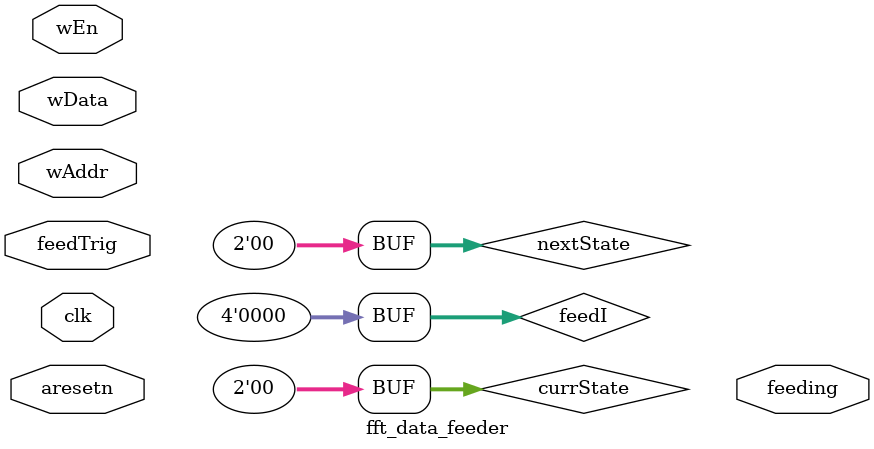
<source format=v>
module fft_data_feeder #(
  parameter N_SAMPLE_BITS = 32,
  parameter NFFT = 8
) (
  input wire clk,
  input wire aresetn,

  // RAM write interface
  input wire [$clog2(NFFT):0] wAddr,
  input wire                  wData,
  input wire                  wEn,


  input wire feedTrig, // Feed trigger, single clk pulse
  output reg feeding // asserted when feeding, and ram is locked
);
  // Definitions
  // State machine state
  localparam STATE_IDLE = 0;
  localparam STATE_WAIT_READY = 1;
  localparam STATE_FEEDING = 2;

  // State machine registers
  reg [1:0] currState = 0;
  reg [1:0] nextState = 0;
  reg [$clog2(NFFT):0] feedI = 0; // current address of feeding
  
  reg [N_SAMPLE_BITS-1:0] ram [NFFT-1:0];

  // RAM write
  always @(posedge clk) begin
    // Locks when feeding
    if (currState == STATE_IDLE && wEn == 1'b1) begin
      ram[wAddr] = wData;
    end
  end

  // State machine next state logic
  always @(*) begin
    
  end
 
endmodule
</source>
